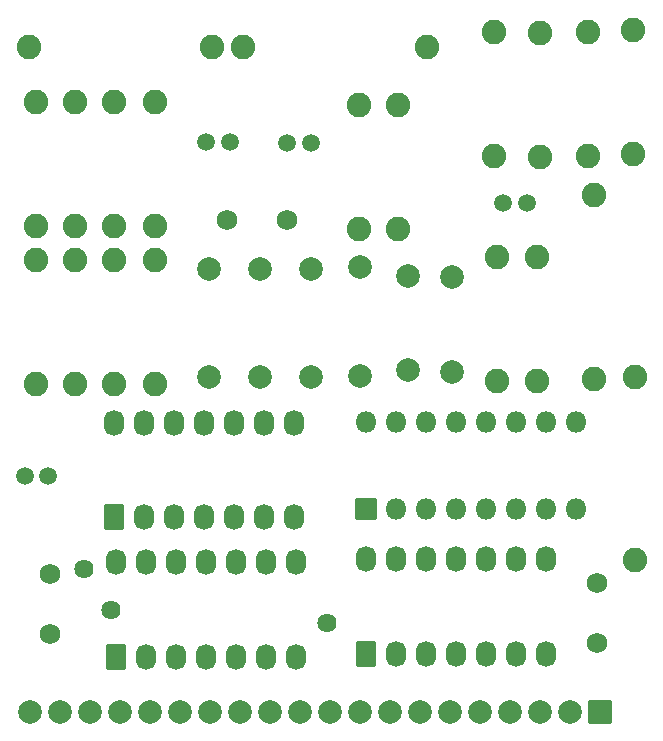
<source format=gbs>
G04 Layer: BottomSolderMaskLayer*
G04 EasyEDA v6.5.22, 2023-01-18 22:18:13*
G04 b90e41fe8b0c41359a3314c958ec5ec0,7be1179030e74d40a97a3c751b95adb4,10*
G04 Gerber Generator version 0.2*
G04 Scale: 100 percent, Rotated: No, Reflected: No *
G04 Dimensions in inches *
G04 leading zeros omitted , absolute positions ,3 integer and 6 decimal *
%FSLAX36Y36*%
%MOIN*%

%AMMACRO1*1,1,$1,$2,$3*1,1,$1,$4,$5*1,1,$1,0-$2,0-$3*1,1,$1,0-$4,0-$5*20,1,$1,$2,$3,$4,$5,0*20,1,$1,$4,$5,0-$2,0-$3,0*20,1,$1,0-$2,0-$3,0-$4,0-$5,0*20,1,$1,0-$4,0-$5,$2,$3,0*4,1,4,$2,$3,$4,$5,0-$2,0-$3,0-$4,0-$5,$2,$3,0*%
%ADD10O,0.070992X0.070992*%
%ADD11MACRO1,0.008X-0.0315X0.0315X0.0315X0.0315*%
%ADD12C,0.0789*%
%ADD13MACRO1,0.008X0.0354X-0.0354X-0.0354X-0.0354*%
%ADD14MACRO1,0.008X-0.0295X-0.0394X-0.0295X0.0394*%
%ADD15O,0.067055X0.08674*%
%ADD16C,0.0820*%
%ADD17C,0.0680*%
%ADD18C,0.0592*%
%ADD19C,0.0640*%

%LPD*%
D10*
G01*
X2505000Y2794879D03*
G01*
X2405000Y2794879D03*
G01*
X2305000Y2794879D03*
G01*
X2205000Y2794879D03*
G01*
X2105000Y2794879D03*
G01*
X2005000Y2794879D03*
G01*
X1905000Y2794879D03*
G01*
X1805000Y2794879D03*
G01*
X2505000Y2505120D03*
G01*
X2405000Y2505120D03*
G01*
X2305000Y2505120D03*
G01*
X2205000Y2505120D03*
G01*
X2105000Y2505120D03*
G01*
X2005000Y2505120D03*
G01*
X1905000Y2505120D03*
D11*
G01*
X1805000Y2505121D03*
D12*
G01*
X685000Y1830000D03*
G01*
X785000Y1830000D03*
G01*
X885000Y1830000D03*
G01*
X985000Y1830000D03*
G01*
X1085000Y1830000D03*
G01*
X1185000Y1830000D03*
G01*
X1285000Y1830000D03*
G01*
X1385000Y1830000D03*
G01*
X1485000Y1830000D03*
G01*
X1585000Y1830000D03*
G01*
X1685000Y1830000D03*
G01*
X1785000Y1830000D03*
G01*
X1885000Y1830000D03*
G01*
X1985000Y1830000D03*
G01*
X2085000Y1830000D03*
G01*
X2185000Y1830000D03*
G01*
X2285000Y1830000D03*
G01*
X2385000Y1830000D03*
G01*
X2485000Y1830000D03*
D13*
G01*
X2585000Y1830000D03*
D14*
G01*
X1805000Y2022519D03*
D15*
G01*
X1905000Y2022519D03*
G01*
X2005000Y2022519D03*
G01*
X2105000Y2022519D03*
G01*
X2205000Y2022519D03*
G01*
X2305000Y2022519D03*
G01*
X2405000Y2022519D03*
G01*
X1805000Y2337480D03*
G01*
X1905000Y2337480D03*
G01*
X2005000Y2337480D03*
G01*
X2105000Y2337480D03*
G01*
X2205000Y2337480D03*
G01*
X2305000Y2337480D03*
G01*
X2405000Y2337480D03*
D14*
G01*
X970000Y2012519D03*
D15*
G01*
X1070000Y2012519D03*
G01*
X1170000Y2012519D03*
G01*
X1270000Y2012519D03*
G01*
X1370000Y2012519D03*
G01*
X1470000Y2012519D03*
G01*
X1570000Y2012519D03*
G01*
X970000Y2327480D03*
G01*
X1070000Y2327480D03*
G01*
X1170000Y2327480D03*
G01*
X1270000Y2327480D03*
G01*
X1370000Y2327480D03*
G01*
X1470000Y2327480D03*
G01*
X1570000Y2327480D03*
D14*
G01*
X965000Y2477519D03*
D15*
G01*
X1065000Y2477519D03*
G01*
X1165000Y2477519D03*
G01*
X1265000Y2477519D03*
G01*
X1365000Y2477519D03*
G01*
X1465000Y2477519D03*
G01*
X1565000Y2477519D03*
G01*
X965000Y2792480D03*
G01*
X1065000Y2792480D03*
G01*
X1165000Y2792480D03*
G01*
X1265000Y2792480D03*
G01*
X1365000Y2792480D03*
G01*
X1465000Y2792480D03*
G01*
X1565000Y2792480D03*
D16*
G01*
X2240000Y3346689D03*
G01*
X2240000Y2933310D03*
G01*
X2375000Y3346689D03*
G01*
X2375000Y2933310D03*
D17*
G01*
X750000Y2090000D03*
G01*
X750000Y2290000D03*
D12*
G01*
X2090000Y3277480D03*
G01*
X2090000Y2962519D03*
G01*
X1945000Y3282480D03*
G01*
X1945000Y2967519D03*
D16*
G01*
X835000Y3448310D03*
G01*
X835000Y3861689D03*
G01*
X705000Y3448310D03*
G01*
X705000Y3861689D03*
G01*
X965000Y3448310D03*
G01*
X965000Y3861689D03*
G01*
X1100000Y3448310D03*
G01*
X1100000Y3861689D03*
G01*
X965000Y3336689D03*
G01*
X965000Y2923310D03*
G01*
X835000Y3336689D03*
G01*
X835000Y2923310D03*
G01*
X705000Y3336689D03*
G01*
X705000Y2923310D03*
G01*
X1100000Y3336689D03*
G01*
X1100000Y2923310D03*
G01*
X1910000Y3438310D03*
G01*
X1910000Y3851689D03*
G01*
X1780000Y3438310D03*
G01*
X1780000Y3851689D03*
D12*
G01*
X1450000Y2943899D03*
G01*
X1450000Y3306100D03*
G01*
X1280000Y2943899D03*
G01*
X1280000Y3306100D03*
G01*
X1620000Y2943899D03*
G01*
X1620000Y3306100D03*
G01*
X1785000Y2948899D03*
G01*
X1785000Y3311100D03*
D16*
G01*
X2695000Y4101689D03*
G01*
X2695000Y3688310D03*
G01*
X2230000Y3683310D03*
G01*
X2230000Y4096689D03*
G01*
X2545000Y3683310D03*
G01*
X2545000Y4096689D03*
G01*
X2385000Y4091689D03*
G01*
X2385000Y3678310D03*
D18*
G01*
X1270630Y3730000D03*
G01*
X1349369Y3730000D03*
G01*
X2339369Y3525000D03*
G01*
X2260630Y3525000D03*
G01*
X1540630Y3725000D03*
G01*
X1619369Y3725000D03*
G01*
X744369Y2615000D03*
G01*
X665630Y2615000D03*
D17*
G01*
X2575000Y2260000D03*
G01*
X2575000Y2060000D03*
G01*
X1340000Y3470000D03*
G01*
X1540000Y3470000D03*
D16*
G01*
X1394880Y4045000D03*
G01*
X2005119Y4045000D03*
G01*
X679879Y4045000D03*
G01*
X1290119Y4045000D03*
G01*
X2700000Y2334879D03*
G01*
X2700000Y2945120D03*
G01*
X2565000Y2939879D03*
G01*
X2565000Y3550120D03*
D19*
G01*
X1675000Y2125000D03*
G01*
X955000Y2170000D03*
G01*
X865000Y2305000D03*
M02*

</source>
